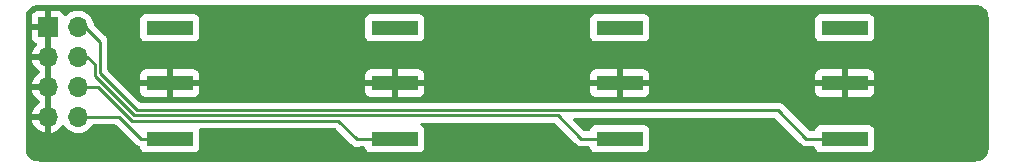
<source format=gbr>
%TF.GenerationSoftware,KiCad,Pcbnew,(6.0.0)*%
%TF.CreationDate,2022-04-04T18:39:18-04:00*%
%TF.ProjectId,SweetBusinessDaughtercard,53776565-7442-4757-9369-6e6573734461,rev?*%
%TF.SameCoordinates,Original*%
%TF.FileFunction,Copper,L1,Top*%
%TF.FilePolarity,Positive*%
%FSLAX46Y46*%
G04 Gerber Fmt 4.6, Leading zero omitted, Abs format (unit mm)*
G04 Created by KiCad (PCBNEW (6.0.0)) date 2022-04-04 18:39:18*
%MOMM*%
%LPD*%
G01*
G04 APERTURE LIST*
%TA.AperFunction,ComponentPad*%
%ADD10R,4.000000X1.300000*%
%TD*%
%TA.AperFunction,ComponentPad*%
%ADD11R,1.700000X1.700000*%
%TD*%
%TA.AperFunction,ComponentPad*%
%ADD12O,1.700000X1.700000*%
%TD*%
%TA.AperFunction,Conductor*%
%ADD13C,0.250000*%
%TD*%
G04 APERTURE END LIST*
D10*
%TO.P,SW3,1,A*%
%TO.N,unconnected-(SW3-Pad1)*%
X137310100Y-61177100D03*
%TO.P,SW3,2,B*%
%TO.N,GND*%
X137310100Y-65877100D03*
%TO.P,SW3,3,C*%
%TO.N,col14*%
X137310100Y-70577100D03*
%TD*%
%TO.P,SW4,1,A*%
%TO.N,unconnected-(SW4-Pad1)*%
X156358900Y-61177100D03*
%TO.P,SW4,2,B*%
%TO.N,GND*%
X156358900Y-65877100D03*
%TO.P,SW4,3,C*%
%TO.N,col15*%
X156358900Y-70577100D03*
%TD*%
%TO.P,SW1,1,A*%
%TO.N,unconnected-(SW1-Pad1)*%
X99212500Y-61177100D03*
%TO.P,SW1,2,B*%
%TO.N,GND*%
X99212500Y-65877100D03*
%TO.P,SW1,3,C*%
%TO.N,col12*%
X99212500Y-70577100D03*
%TD*%
%TO.P,SW2,1,A*%
%TO.N,unconnected-(SW2-Pad1)*%
X118261300Y-61177100D03*
%TO.P,SW2,2,B*%
%TO.N,GND*%
X118261300Y-65877100D03*
%TO.P,SW2,3,C*%
%TO.N,col13*%
X118261300Y-70577100D03*
%TD*%
D11*
%TO.P,J0,1,Pin_1*%
%TO.N,GND*%
X88900000Y-61118750D03*
D12*
%TO.P,J0,2,Pin_2*%
%TO.N,col15*%
X91440000Y-61118750D03*
%TO.P,J0,3,Pin_3*%
%TO.N,GND*%
X88900000Y-63658750D03*
%TO.P,J0,4,Pin_4*%
%TO.N,col14*%
X91440000Y-63658750D03*
%TO.P,J0,5,Pin_5*%
%TO.N,GND*%
X88900000Y-66198750D03*
%TO.P,J0,6,Pin_6*%
%TO.N,col13*%
X91440000Y-66198750D03*
%TO.P,J0,7,Pin_7*%
%TO.N,GND*%
X88900000Y-68738750D03*
%TO.P,J0,8,Pin_8*%
%TO.N,col12*%
X91440000Y-68738750D03*
%TD*%
D13*
%TO.N,col15*%
X153127100Y-70577100D02*
X156358900Y-70577100D01*
X150707210Y-68157210D02*
X153127100Y-70577100D01*
X96416146Y-68157210D02*
X150707210Y-68157210D01*
X93318270Y-65059334D02*
X96416146Y-68157210D01*
X91440000Y-61118750D02*
X92075000Y-61118750D01*
X92075000Y-61118750D02*
X93318270Y-62362020D01*
X93318270Y-62362020D02*
X93318270Y-65059334D01*
%TO.N,col13*%
X113506250Y-69056250D02*
X96043750Y-69056250D01*
X96043750Y-69056250D02*
X93186250Y-66198750D01*
X115160400Y-70577100D02*
X115093750Y-70643750D01*
X93186250Y-66198750D02*
X91440000Y-66198750D01*
X118261300Y-70577100D02*
X115160400Y-70577100D01*
X115093750Y-70643750D02*
X113506250Y-69056250D01*
%TO.N,col14*%
X92233750Y-63658750D02*
X91440000Y-63658750D01*
X92868750Y-64293750D02*
X92233750Y-63658750D01*
X92868750Y-65245532D02*
X92868750Y-64293750D01*
X96229948Y-68606730D02*
X92868750Y-65245532D01*
X134077100Y-70577100D02*
X132106730Y-68606730D01*
X132106730Y-68606730D02*
X96229948Y-68606730D01*
X137310100Y-70577100D02*
X134077100Y-70577100D01*
%TO.N,col12*%
X96770850Y-70577100D02*
X99212500Y-70577100D01*
X94932500Y-68738750D02*
X96770850Y-70577100D01*
X91440000Y-68738750D02*
X94932500Y-68738750D01*
%TD*%
%TA.AperFunction,Conductor*%
%TO.N,GND*%
G36*
X167440757Y-59243300D02*
G01*
X167455558Y-59245605D01*
X167455561Y-59245605D01*
X167464430Y-59246986D01*
X167477078Y-59245332D01*
X167504397Y-59244748D01*
X167559335Y-59249555D01*
X167647150Y-59257238D01*
X167668779Y-59261051D01*
X167829228Y-59304043D01*
X167849867Y-59311555D01*
X168000410Y-59381754D01*
X168019431Y-59392736D01*
X168155499Y-59488012D01*
X168172323Y-59502130D01*
X168289770Y-59619577D01*
X168303888Y-59636401D01*
X168399164Y-59772469D01*
X168410146Y-59791490D01*
X168480345Y-59942033D01*
X168487856Y-59962669D01*
X168530849Y-60123121D01*
X168534661Y-60144742D01*
X168537304Y-60174942D01*
X168546549Y-60280619D01*
X168545996Y-60297079D01*
X168546405Y-60297084D01*
X168546295Y-60306058D01*
X168544914Y-60314930D01*
X168546078Y-60323832D01*
X168546078Y-60323835D01*
X168549036Y-60346451D01*
X168550100Y-60362789D01*
X168550100Y-71383672D01*
X168548600Y-71403056D01*
X168544914Y-71426730D01*
X168546568Y-71439377D01*
X168547152Y-71466698D01*
X168534662Y-71609450D01*
X168530849Y-71631079D01*
X168487857Y-71791528D01*
X168480345Y-71812167D01*
X168410146Y-71962710D01*
X168399164Y-71981731D01*
X168303888Y-72117799D01*
X168289770Y-72134623D01*
X168172323Y-72252070D01*
X168155499Y-72266188D01*
X168019431Y-72361464D01*
X168000410Y-72372446D01*
X167849867Y-72442645D01*
X167829231Y-72450156D01*
X167668779Y-72493149D01*
X167647158Y-72496961D01*
X167598028Y-72501260D01*
X167511281Y-72508849D01*
X167494821Y-72508296D01*
X167494816Y-72508705D01*
X167485842Y-72508595D01*
X167476970Y-72507214D01*
X167468068Y-72508378D01*
X167468065Y-72508378D01*
X167445449Y-72511336D01*
X167429111Y-72512400D01*
X88150028Y-72512400D01*
X88130643Y-72510900D01*
X88115842Y-72508595D01*
X88115839Y-72508595D01*
X88106970Y-72507214D01*
X88094322Y-72508868D01*
X88067003Y-72509452D01*
X88012065Y-72504645D01*
X87924250Y-72496962D01*
X87902621Y-72493149D01*
X87742172Y-72450157D01*
X87721533Y-72442645D01*
X87570987Y-72372444D01*
X87551967Y-72361462D01*
X87415908Y-72266193D01*
X87399083Y-72252075D01*
X87281627Y-72134619D01*
X87267509Y-72117794D01*
X87172236Y-71981729D01*
X87161254Y-71962709D01*
X87091055Y-71812167D01*
X87083543Y-71791528D01*
X87066004Y-71726071D01*
X87040551Y-71631079D01*
X87036738Y-71609454D01*
X87035539Y-71595742D01*
X87025146Y-71476953D01*
X87025171Y-71454715D01*
X87025563Y-71450339D01*
X87026371Y-71445538D01*
X87026524Y-71432999D01*
X87022573Y-71405411D01*
X87021300Y-71387548D01*
X87021300Y-69006716D01*
X87568257Y-69006716D01*
X87598565Y-69141196D01*
X87601645Y-69151025D01*
X87681770Y-69348353D01*
X87686413Y-69357544D01*
X87797694Y-69539138D01*
X87803777Y-69547449D01*
X87943213Y-69708417D01*
X87950580Y-69715633D01*
X88114434Y-69851666D01*
X88122881Y-69857581D01*
X88306756Y-69965029D01*
X88316042Y-69969479D01*
X88515001Y-70045453D01*
X88524899Y-70048329D01*
X88628250Y-70069356D01*
X88642299Y-70068160D01*
X88646000Y-70057815D01*
X88646000Y-70057267D01*
X89154000Y-70057267D01*
X89158064Y-70071109D01*
X89171478Y-70073143D01*
X89178184Y-70072284D01*
X89188262Y-70070142D01*
X89392255Y-70008941D01*
X89401842Y-70005183D01*
X89593095Y-69911489D01*
X89601945Y-69906214D01*
X89775328Y-69782542D01*
X89783200Y-69775889D01*
X89934052Y-69625562D01*
X89940730Y-69617715D01*
X90068022Y-69440569D01*
X90069279Y-69441472D01*
X90116373Y-69398112D01*
X90186311Y-69385895D01*
X90251751Y-69413428D01*
X90279579Y-69445261D01*
X90339987Y-69543838D01*
X90486250Y-69712688D01*
X90658126Y-69855382D01*
X90851000Y-69968088D01*
X91059692Y-70047780D01*
X91064760Y-70048811D01*
X91064763Y-70048812D01*
X91159862Y-70068160D01*
X91278597Y-70092317D01*
X91283772Y-70092507D01*
X91283774Y-70092507D01*
X91496673Y-70100314D01*
X91496677Y-70100314D01*
X91501837Y-70100503D01*
X91506957Y-70099847D01*
X91506959Y-70099847D01*
X91718288Y-70072775D01*
X91718289Y-70072775D01*
X91723416Y-70072118D01*
X91728366Y-70070633D01*
X91932429Y-70009411D01*
X91932434Y-70009409D01*
X91937384Y-70007924D01*
X92137994Y-69909646D01*
X92319860Y-69779923D01*
X92373315Y-69726655D01*
X92419736Y-69680395D01*
X92478096Y-69622239D01*
X92520061Y-69563839D01*
X92605435Y-69445027D01*
X92608453Y-69440827D01*
X92610746Y-69436187D01*
X92612446Y-69433358D01*
X92664674Y-69385268D01*
X92720451Y-69372250D01*
X94617906Y-69372250D01*
X94686027Y-69392252D01*
X94707001Y-69409155D01*
X96267193Y-70969347D01*
X96274737Y-70977637D01*
X96278850Y-70984118D01*
X96284627Y-70989543D01*
X96328517Y-71030758D01*
X96331344Y-71033498D01*
X96351081Y-71053235D01*
X96354202Y-71055656D01*
X96354209Y-71055662D01*
X96354274Y-71055712D01*
X96363295Y-71063417D01*
X96395529Y-71093686D01*
X96402477Y-71097505D01*
X96402479Y-71097507D01*
X96413282Y-71103446D01*
X96429809Y-71114302D01*
X96439548Y-71121857D01*
X96439550Y-71121858D01*
X96445810Y-71126714D01*
X96486390Y-71144274D01*
X96497036Y-71149490D01*
X96535790Y-71170795D01*
X96543466Y-71172766D01*
X96543469Y-71172767D01*
X96555412Y-71175833D01*
X96574116Y-71182237D01*
X96574119Y-71182238D01*
X96592705Y-71190281D01*
X96600530Y-71191521D01*
X96600539Y-71191523D01*
X96601411Y-71191661D01*
X96602039Y-71191959D01*
X96608149Y-71193734D01*
X96607863Y-71194719D01*
X96665564Y-71222073D01*
X96703090Y-71282342D01*
X96706962Y-71302501D01*
X96710755Y-71337416D01*
X96761885Y-71473805D01*
X96849239Y-71590361D01*
X96965795Y-71677715D01*
X97102184Y-71728845D01*
X97164366Y-71735600D01*
X101260634Y-71735600D01*
X101322816Y-71728845D01*
X101459205Y-71677715D01*
X101575761Y-71590361D01*
X101663115Y-71473805D01*
X101714245Y-71337416D01*
X101721000Y-71275234D01*
X101721000Y-69878966D01*
X101715611Y-69829358D01*
X101728139Y-69759475D01*
X101776460Y-69707459D01*
X101840874Y-69689750D01*
X113191656Y-69689750D01*
X113259777Y-69709752D01*
X113280751Y-69726655D01*
X114595030Y-71040935D01*
X114610145Y-71059203D01*
X114614778Y-71066021D01*
X114620726Y-71071265D01*
X114620727Y-71071266D01*
X114656905Y-71103161D01*
X114662675Y-71108580D01*
X114673980Y-71119885D01*
X114677113Y-71122315D01*
X114686624Y-71129693D01*
X114692722Y-71134738D01*
X114706211Y-71146630D01*
X114734840Y-71171870D01*
X114741904Y-71175469D01*
X114741905Y-71175470D01*
X114742179Y-71175610D01*
X114762200Y-71188316D01*
X114762440Y-71188502D01*
X114762444Y-71188504D01*
X114768709Y-71193364D01*
X114808539Y-71210600D01*
X114820257Y-71215671D01*
X114827392Y-71219028D01*
X114877454Y-71244535D01*
X114885499Y-71246333D01*
X114908044Y-71253659D01*
X114915605Y-71256931D01*
X114961644Y-71264223D01*
X114971076Y-71265717D01*
X114978851Y-71267201D01*
X115000885Y-71272126D01*
X115033659Y-71279452D01*
X115041582Y-71279203D01*
X115041583Y-71279203D01*
X115041644Y-71279201D01*
X115041894Y-71279193D01*
X115065565Y-71280683D01*
X115065861Y-71280730D01*
X115065864Y-71280730D01*
X115073693Y-71281970D01*
X115081585Y-71281224D01*
X115081586Y-71281224D01*
X115129608Y-71276685D01*
X115137505Y-71276188D01*
X115170722Y-71275143D01*
X115193639Y-71274423D01*
X115201548Y-71272125D01*
X115224844Y-71267682D01*
X115225154Y-71267653D01*
X115225157Y-71267652D01*
X115233042Y-71266907D01*
X115285894Y-71247879D01*
X115293423Y-71245433D01*
X115339731Y-71231980D01*
X115339735Y-71231978D01*
X115347343Y-71229768D01*
X115354162Y-71225735D01*
X115361446Y-71222583D01*
X115362396Y-71224778D01*
X115414225Y-71210600D01*
X115632725Y-71210600D01*
X115700846Y-71230602D01*
X115747339Y-71284258D01*
X115757988Y-71322992D01*
X115759555Y-71337416D01*
X115810685Y-71473805D01*
X115898039Y-71590361D01*
X116014595Y-71677715D01*
X116150984Y-71728845D01*
X116213166Y-71735600D01*
X120309434Y-71735600D01*
X120371616Y-71728845D01*
X120508005Y-71677715D01*
X120624561Y-71590361D01*
X120711915Y-71473805D01*
X120763045Y-71337416D01*
X120769800Y-71275234D01*
X120769800Y-69878966D01*
X120763045Y-69816784D01*
X120711915Y-69680395D01*
X120624561Y-69563839D01*
X120508005Y-69476485D01*
X120504122Y-69475029D01*
X120455693Y-69426491D01*
X120440679Y-69357100D01*
X120465565Y-69290608D01*
X120522448Y-69248125D01*
X120566348Y-69240230D01*
X131792136Y-69240230D01*
X131860257Y-69260232D01*
X131881231Y-69277135D01*
X133573448Y-70969353D01*
X133580988Y-70977639D01*
X133585100Y-70984118D01*
X133590877Y-70989543D01*
X133634751Y-71030743D01*
X133637593Y-71033498D01*
X133657330Y-71053235D01*
X133660527Y-71055715D01*
X133669547Y-71063418D01*
X133701779Y-71093686D01*
X133708725Y-71097505D01*
X133708728Y-71097507D01*
X133719534Y-71103448D01*
X133736053Y-71114299D01*
X133752059Y-71126714D01*
X133759328Y-71129859D01*
X133759332Y-71129862D01*
X133792637Y-71144274D01*
X133803286Y-71149490D01*
X133842040Y-71170795D01*
X133849715Y-71172766D01*
X133849716Y-71172766D01*
X133861662Y-71175833D01*
X133880366Y-71182237D01*
X133880369Y-71182238D01*
X133898955Y-71190281D01*
X133906778Y-71191520D01*
X133906788Y-71191523D01*
X133942624Y-71197199D01*
X133954244Y-71199605D01*
X133989389Y-71208628D01*
X133997070Y-71210600D01*
X134017324Y-71210600D01*
X134037034Y-71212151D01*
X134057043Y-71215320D01*
X134064935Y-71214574D01*
X134101061Y-71211159D01*
X134112919Y-71210600D01*
X134681525Y-71210600D01*
X134749646Y-71230602D01*
X134796139Y-71284258D01*
X134806788Y-71322992D01*
X134808355Y-71337416D01*
X134859485Y-71473805D01*
X134946839Y-71590361D01*
X135063395Y-71677715D01*
X135199784Y-71728845D01*
X135261966Y-71735600D01*
X139358234Y-71735600D01*
X139420416Y-71728845D01*
X139556805Y-71677715D01*
X139673361Y-71590361D01*
X139760715Y-71473805D01*
X139811845Y-71337416D01*
X139818600Y-71275234D01*
X139818600Y-69878966D01*
X139811845Y-69816784D01*
X139760715Y-69680395D01*
X139673361Y-69563839D01*
X139556805Y-69476485D01*
X139420416Y-69425355D01*
X139358234Y-69418600D01*
X135261966Y-69418600D01*
X135199784Y-69425355D01*
X135063395Y-69476485D01*
X134946839Y-69563839D01*
X134859485Y-69680395D01*
X134808355Y-69816784D01*
X134807502Y-69824640D01*
X134806788Y-69831208D01*
X134779546Y-69896770D01*
X134721183Y-69937196D01*
X134681525Y-69943600D01*
X134391694Y-69943600D01*
X134323573Y-69923598D01*
X134302603Y-69906699D01*
X133401708Y-69005803D01*
X133367684Y-68943493D01*
X133372749Y-68872677D01*
X133415296Y-68815842D01*
X133481816Y-68791031D01*
X133490805Y-68790710D01*
X150392616Y-68790710D01*
X150460737Y-68810712D01*
X150481711Y-68827615D01*
X152623443Y-70969347D01*
X152630987Y-70977637D01*
X152635100Y-70984118D01*
X152640877Y-70989543D01*
X152684767Y-71030758D01*
X152687594Y-71033498D01*
X152707330Y-71053234D01*
X152710520Y-71055708D01*
X152719546Y-71063417D01*
X152751779Y-71093686D01*
X152762958Y-71099832D01*
X152769532Y-71103446D01*
X152786056Y-71114299D01*
X152802059Y-71126713D01*
X152842639Y-71144274D01*
X152853273Y-71149483D01*
X152892040Y-71170795D01*
X152899717Y-71172766D01*
X152899722Y-71172768D01*
X152911658Y-71175832D01*
X152930366Y-71182237D01*
X152948955Y-71190281D01*
X152956783Y-71191521D01*
X152956790Y-71191523D01*
X152992624Y-71197199D01*
X153004244Y-71199605D01*
X153039389Y-71208628D01*
X153047070Y-71210600D01*
X153067324Y-71210600D01*
X153087034Y-71212151D01*
X153107043Y-71215320D01*
X153114935Y-71214574D01*
X153151061Y-71211159D01*
X153162919Y-71210600D01*
X153730325Y-71210600D01*
X153798446Y-71230602D01*
X153844939Y-71284258D01*
X153855588Y-71322992D01*
X153857155Y-71337416D01*
X153908285Y-71473805D01*
X153995639Y-71590361D01*
X154112195Y-71677715D01*
X154248584Y-71728845D01*
X154310766Y-71735600D01*
X158407034Y-71735600D01*
X158469216Y-71728845D01*
X158605605Y-71677715D01*
X158722161Y-71590361D01*
X158809515Y-71473805D01*
X158860645Y-71337416D01*
X158867400Y-71275234D01*
X158867400Y-69878966D01*
X158860645Y-69816784D01*
X158809515Y-69680395D01*
X158722161Y-69563839D01*
X158605605Y-69476485D01*
X158469216Y-69425355D01*
X158407034Y-69418600D01*
X154310766Y-69418600D01*
X154248584Y-69425355D01*
X154112195Y-69476485D01*
X153995639Y-69563839D01*
X153908285Y-69680395D01*
X153857155Y-69816784D01*
X153856302Y-69824640D01*
X153855588Y-69831208D01*
X153828346Y-69896770D01*
X153769983Y-69937196D01*
X153730325Y-69943600D01*
X153441695Y-69943600D01*
X153373574Y-69923598D01*
X153352600Y-69906695D01*
X151210862Y-67764957D01*
X151203322Y-67756671D01*
X151199210Y-67750192D01*
X151149558Y-67703566D01*
X151146717Y-67700812D01*
X151126980Y-67681075D01*
X151123783Y-67678595D01*
X151114761Y-67670890D01*
X151088310Y-67646051D01*
X151082531Y-67640624D01*
X151075585Y-67636805D01*
X151075582Y-67636803D01*
X151064776Y-67630862D01*
X151048257Y-67620011D01*
X151047793Y-67619651D01*
X151032251Y-67607596D01*
X151024982Y-67604451D01*
X151024978Y-67604448D01*
X150991673Y-67590036D01*
X150981023Y-67584819D01*
X150942270Y-67563515D01*
X150922647Y-67558477D01*
X150903944Y-67552073D01*
X150892630Y-67547177D01*
X150892629Y-67547177D01*
X150885355Y-67544029D01*
X150877532Y-67542790D01*
X150877522Y-67542787D01*
X150841686Y-67537111D01*
X150830066Y-67534705D01*
X150794921Y-67525682D01*
X150794920Y-67525682D01*
X150787240Y-67523710D01*
X150766986Y-67523710D01*
X150747275Y-67522159D01*
X150735096Y-67520230D01*
X150727267Y-67518990D01*
X150719375Y-67519736D01*
X150683249Y-67523151D01*
X150671391Y-67523710D01*
X96730741Y-67523710D01*
X96662620Y-67503708D01*
X96641646Y-67486805D01*
X95726610Y-66571769D01*
X96704501Y-66571769D01*
X96704871Y-66578590D01*
X96710395Y-66629452D01*
X96714021Y-66644704D01*
X96759176Y-66765154D01*
X96767714Y-66780749D01*
X96844215Y-66882824D01*
X96856776Y-66895385D01*
X96958851Y-66971886D01*
X96974446Y-66980424D01*
X97094894Y-67025578D01*
X97110149Y-67029205D01*
X97161014Y-67034731D01*
X97167828Y-67035100D01*
X98940385Y-67035100D01*
X98955624Y-67030625D01*
X98956829Y-67029235D01*
X98958500Y-67021552D01*
X98958500Y-67016984D01*
X99466500Y-67016984D01*
X99470975Y-67032223D01*
X99472365Y-67033428D01*
X99480048Y-67035099D01*
X101257169Y-67035099D01*
X101263990Y-67034729D01*
X101314852Y-67029205D01*
X101330104Y-67025579D01*
X101450554Y-66980424D01*
X101466149Y-66971886D01*
X101568224Y-66895385D01*
X101580785Y-66882824D01*
X101657286Y-66780749D01*
X101665824Y-66765154D01*
X101710978Y-66644706D01*
X101714605Y-66629451D01*
X101720131Y-66578586D01*
X101720500Y-66571772D01*
X101720500Y-66571769D01*
X115753301Y-66571769D01*
X115753671Y-66578590D01*
X115759195Y-66629452D01*
X115762821Y-66644704D01*
X115807976Y-66765154D01*
X115816514Y-66780749D01*
X115893015Y-66882824D01*
X115905576Y-66895385D01*
X116007651Y-66971886D01*
X116023246Y-66980424D01*
X116143694Y-67025578D01*
X116158949Y-67029205D01*
X116209814Y-67034731D01*
X116216628Y-67035100D01*
X117989185Y-67035100D01*
X118004424Y-67030625D01*
X118005629Y-67029235D01*
X118007300Y-67021552D01*
X118007300Y-67016984D01*
X118515300Y-67016984D01*
X118519775Y-67032223D01*
X118521165Y-67033428D01*
X118528848Y-67035099D01*
X120305969Y-67035099D01*
X120312790Y-67034729D01*
X120363652Y-67029205D01*
X120378904Y-67025579D01*
X120499354Y-66980424D01*
X120514949Y-66971886D01*
X120617024Y-66895385D01*
X120629585Y-66882824D01*
X120706086Y-66780749D01*
X120714624Y-66765154D01*
X120759778Y-66644706D01*
X120763405Y-66629451D01*
X120768931Y-66578586D01*
X120769300Y-66571772D01*
X120769300Y-66571769D01*
X134802101Y-66571769D01*
X134802471Y-66578590D01*
X134807995Y-66629452D01*
X134811621Y-66644704D01*
X134856776Y-66765154D01*
X134865314Y-66780749D01*
X134941815Y-66882824D01*
X134954376Y-66895385D01*
X135056451Y-66971886D01*
X135072046Y-66980424D01*
X135192494Y-67025578D01*
X135207749Y-67029205D01*
X135258614Y-67034731D01*
X135265428Y-67035100D01*
X137037985Y-67035100D01*
X137053224Y-67030625D01*
X137054429Y-67029235D01*
X137056100Y-67021552D01*
X137056100Y-67016984D01*
X137564100Y-67016984D01*
X137568575Y-67032223D01*
X137569965Y-67033428D01*
X137577648Y-67035099D01*
X139354769Y-67035099D01*
X139361590Y-67034729D01*
X139412452Y-67029205D01*
X139427704Y-67025579D01*
X139548154Y-66980424D01*
X139563749Y-66971886D01*
X139665824Y-66895385D01*
X139678385Y-66882824D01*
X139754886Y-66780749D01*
X139763424Y-66765154D01*
X139808578Y-66644706D01*
X139812205Y-66629451D01*
X139817731Y-66578586D01*
X139818100Y-66571772D01*
X139818100Y-66571769D01*
X153850901Y-66571769D01*
X153851271Y-66578590D01*
X153856795Y-66629452D01*
X153860421Y-66644704D01*
X153905576Y-66765154D01*
X153914114Y-66780749D01*
X153990615Y-66882824D01*
X154003176Y-66895385D01*
X154105251Y-66971886D01*
X154120846Y-66980424D01*
X154241294Y-67025578D01*
X154256549Y-67029205D01*
X154307414Y-67034731D01*
X154314228Y-67035100D01*
X156086785Y-67035100D01*
X156102024Y-67030625D01*
X156103229Y-67029235D01*
X156104900Y-67021552D01*
X156104900Y-67016984D01*
X156612900Y-67016984D01*
X156617375Y-67032223D01*
X156618765Y-67033428D01*
X156626448Y-67035099D01*
X158403569Y-67035099D01*
X158410390Y-67034729D01*
X158461252Y-67029205D01*
X158476504Y-67025579D01*
X158596954Y-66980424D01*
X158612549Y-66971886D01*
X158714624Y-66895385D01*
X158727185Y-66882824D01*
X158803686Y-66780749D01*
X158812224Y-66765154D01*
X158857378Y-66644706D01*
X158861005Y-66629451D01*
X158866531Y-66578586D01*
X158866900Y-66571772D01*
X158866900Y-66149215D01*
X158862425Y-66133976D01*
X158861035Y-66132771D01*
X158853352Y-66131100D01*
X156631015Y-66131100D01*
X156615776Y-66135575D01*
X156614571Y-66136965D01*
X156612900Y-66144648D01*
X156612900Y-67016984D01*
X156104900Y-67016984D01*
X156104900Y-66149215D01*
X156100425Y-66133976D01*
X156099035Y-66132771D01*
X156091352Y-66131100D01*
X153869016Y-66131100D01*
X153853777Y-66135575D01*
X153852572Y-66136965D01*
X153850901Y-66144648D01*
X153850901Y-66571769D01*
X139818100Y-66571769D01*
X139818100Y-66149215D01*
X139813625Y-66133976D01*
X139812235Y-66132771D01*
X139804552Y-66131100D01*
X137582215Y-66131100D01*
X137566976Y-66135575D01*
X137565771Y-66136965D01*
X137564100Y-66144648D01*
X137564100Y-67016984D01*
X137056100Y-67016984D01*
X137056100Y-66149215D01*
X137051625Y-66133976D01*
X137050235Y-66132771D01*
X137042552Y-66131100D01*
X134820216Y-66131100D01*
X134804977Y-66135575D01*
X134803772Y-66136965D01*
X134802101Y-66144648D01*
X134802101Y-66571769D01*
X120769300Y-66571769D01*
X120769300Y-66149215D01*
X120764825Y-66133976D01*
X120763435Y-66132771D01*
X120755752Y-66131100D01*
X118533415Y-66131100D01*
X118518176Y-66135575D01*
X118516971Y-66136965D01*
X118515300Y-66144648D01*
X118515300Y-67016984D01*
X118007300Y-67016984D01*
X118007300Y-66149215D01*
X118002825Y-66133976D01*
X118001435Y-66132771D01*
X117993752Y-66131100D01*
X115771416Y-66131100D01*
X115756177Y-66135575D01*
X115754972Y-66136965D01*
X115753301Y-66144648D01*
X115753301Y-66571769D01*
X101720500Y-66571769D01*
X101720500Y-66149215D01*
X101716025Y-66133976D01*
X101714635Y-66132771D01*
X101706952Y-66131100D01*
X99484615Y-66131100D01*
X99469376Y-66135575D01*
X99468171Y-66136965D01*
X99466500Y-66144648D01*
X99466500Y-67016984D01*
X98958500Y-67016984D01*
X98958500Y-66149215D01*
X98954025Y-66133976D01*
X98952635Y-66132771D01*
X98944952Y-66131100D01*
X96722616Y-66131100D01*
X96707377Y-66135575D01*
X96706172Y-66136965D01*
X96704501Y-66144648D01*
X96704501Y-66571769D01*
X95726610Y-66571769D01*
X94759826Y-65604985D01*
X96704500Y-65604985D01*
X96708975Y-65620224D01*
X96710365Y-65621429D01*
X96718048Y-65623100D01*
X98940385Y-65623100D01*
X98955624Y-65618625D01*
X98956829Y-65617235D01*
X98958500Y-65609552D01*
X98958500Y-65604985D01*
X99466500Y-65604985D01*
X99470975Y-65620224D01*
X99472365Y-65621429D01*
X99480048Y-65623100D01*
X101702384Y-65623100D01*
X101717623Y-65618625D01*
X101718828Y-65617235D01*
X101720499Y-65609552D01*
X101720499Y-65604985D01*
X115753300Y-65604985D01*
X115757775Y-65620224D01*
X115759165Y-65621429D01*
X115766848Y-65623100D01*
X117989185Y-65623100D01*
X118004424Y-65618625D01*
X118005629Y-65617235D01*
X118007300Y-65609552D01*
X118007300Y-65604985D01*
X118515300Y-65604985D01*
X118519775Y-65620224D01*
X118521165Y-65621429D01*
X118528848Y-65623100D01*
X120751184Y-65623100D01*
X120766423Y-65618625D01*
X120767628Y-65617235D01*
X120769299Y-65609552D01*
X120769299Y-65604985D01*
X134802100Y-65604985D01*
X134806575Y-65620224D01*
X134807965Y-65621429D01*
X134815648Y-65623100D01*
X137037985Y-65623100D01*
X137053224Y-65618625D01*
X137054429Y-65617235D01*
X137056100Y-65609552D01*
X137056100Y-65604985D01*
X137564100Y-65604985D01*
X137568575Y-65620224D01*
X137569965Y-65621429D01*
X137577648Y-65623100D01*
X139799984Y-65623100D01*
X139815223Y-65618625D01*
X139816428Y-65617235D01*
X139818099Y-65609552D01*
X139818099Y-65604985D01*
X153850900Y-65604985D01*
X153855375Y-65620224D01*
X153856765Y-65621429D01*
X153864448Y-65623100D01*
X156086785Y-65623100D01*
X156102024Y-65618625D01*
X156103229Y-65617235D01*
X156104900Y-65609552D01*
X156104900Y-65604985D01*
X156612900Y-65604985D01*
X156617375Y-65620224D01*
X156618765Y-65621429D01*
X156626448Y-65623100D01*
X158848784Y-65623100D01*
X158864023Y-65618625D01*
X158865228Y-65617235D01*
X158866899Y-65609552D01*
X158866899Y-65182431D01*
X158866529Y-65175610D01*
X158861005Y-65124748D01*
X158857379Y-65109496D01*
X158812224Y-64989046D01*
X158803686Y-64973451D01*
X158727185Y-64871376D01*
X158714624Y-64858815D01*
X158612549Y-64782314D01*
X158596954Y-64773776D01*
X158476506Y-64728622D01*
X158461251Y-64724995D01*
X158410386Y-64719469D01*
X158403572Y-64719100D01*
X156631015Y-64719100D01*
X156615776Y-64723575D01*
X156614571Y-64724965D01*
X156612900Y-64732648D01*
X156612900Y-65604985D01*
X156104900Y-65604985D01*
X156104900Y-64737216D01*
X156100425Y-64721977D01*
X156099035Y-64720772D01*
X156091352Y-64719101D01*
X154314231Y-64719101D01*
X154307410Y-64719471D01*
X154256548Y-64724995D01*
X154241296Y-64728621D01*
X154120846Y-64773776D01*
X154105251Y-64782314D01*
X154003176Y-64858815D01*
X153990615Y-64871376D01*
X153914114Y-64973451D01*
X153905576Y-64989046D01*
X153860422Y-65109494D01*
X153856795Y-65124749D01*
X153851269Y-65175614D01*
X153850900Y-65182428D01*
X153850900Y-65604985D01*
X139818099Y-65604985D01*
X139818099Y-65182431D01*
X139817729Y-65175610D01*
X139812205Y-65124748D01*
X139808579Y-65109496D01*
X139763424Y-64989046D01*
X139754886Y-64973451D01*
X139678385Y-64871376D01*
X139665824Y-64858815D01*
X139563749Y-64782314D01*
X139548154Y-64773776D01*
X139427706Y-64728622D01*
X139412451Y-64724995D01*
X139361586Y-64719469D01*
X139354772Y-64719100D01*
X137582215Y-64719100D01*
X137566976Y-64723575D01*
X137565771Y-64724965D01*
X137564100Y-64732648D01*
X137564100Y-65604985D01*
X137056100Y-65604985D01*
X137056100Y-64737216D01*
X137051625Y-64721977D01*
X137050235Y-64720772D01*
X137042552Y-64719101D01*
X135265431Y-64719101D01*
X135258610Y-64719471D01*
X135207748Y-64724995D01*
X135192496Y-64728621D01*
X135072046Y-64773776D01*
X135056451Y-64782314D01*
X134954376Y-64858815D01*
X134941815Y-64871376D01*
X134865314Y-64973451D01*
X134856776Y-64989046D01*
X134811622Y-65109494D01*
X134807995Y-65124749D01*
X134802469Y-65175614D01*
X134802100Y-65182428D01*
X134802100Y-65604985D01*
X120769299Y-65604985D01*
X120769299Y-65182431D01*
X120768929Y-65175610D01*
X120763405Y-65124748D01*
X120759779Y-65109496D01*
X120714624Y-64989046D01*
X120706086Y-64973451D01*
X120629585Y-64871376D01*
X120617024Y-64858815D01*
X120514949Y-64782314D01*
X120499354Y-64773776D01*
X120378906Y-64728622D01*
X120363651Y-64724995D01*
X120312786Y-64719469D01*
X120305972Y-64719100D01*
X118533415Y-64719100D01*
X118518176Y-64723575D01*
X118516971Y-64724965D01*
X118515300Y-64732648D01*
X118515300Y-65604985D01*
X118007300Y-65604985D01*
X118007300Y-64737216D01*
X118002825Y-64721977D01*
X118001435Y-64720772D01*
X117993752Y-64719101D01*
X116216631Y-64719101D01*
X116209810Y-64719471D01*
X116158948Y-64724995D01*
X116143696Y-64728621D01*
X116023246Y-64773776D01*
X116007651Y-64782314D01*
X115905576Y-64858815D01*
X115893015Y-64871376D01*
X115816514Y-64973451D01*
X115807976Y-64989046D01*
X115762822Y-65109494D01*
X115759195Y-65124749D01*
X115753669Y-65175614D01*
X115753300Y-65182428D01*
X115753300Y-65604985D01*
X101720499Y-65604985D01*
X101720499Y-65182431D01*
X101720129Y-65175610D01*
X101714605Y-65124748D01*
X101710979Y-65109496D01*
X101665824Y-64989046D01*
X101657286Y-64973451D01*
X101580785Y-64871376D01*
X101568224Y-64858815D01*
X101466149Y-64782314D01*
X101450554Y-64773776D01*
X101330106Y-64728622D01*
X101314851Y-64724995D01*
X101263986Y-64719469D01*
X101257172Y-64719100D01*
X99484615Y-64719100D01*
X99469376Y-64723575D01*
X99468171Y-64724965D01*
X99466500Y-64732648D01*
X99466500Y-65604985D01*
X98958500Y-65604985D01*
X98958500Y-64737216D01*
X98954025Y-64721977D01*
X98952635Y-64720772D01*
X98944952Y-64719101D01*
X97167831Y-64719101D01*
X97161010Y-64719471D01*
X97110148Y-64724995D01*
X97094896Y-64728621D01*
X96974446Y-64773776D01*
X96958851Y-64782314D01*
X96856776Y-64858815D01*
X96844215Y-64871376D01*
X96767714Y-64973451D01*
X96759176Y-64989046D01*
X96714022Y-65109494D01*
X96710395Y-65124749D01*
X96704869Y-65175614D01*
X96704500Y-65182428D01*
X96704500Y-65604985D01*
X94759826Y-65604985D01*
X93988675Y-64833834D01*
X93954649Y-64771522D01*
X93951770Y-64744739D01*
X93951770Y-62440787D01*
X93952297Y-62429604D01*
X93953972Y-62422111D01*
X93953703Y-62413536D01*
X93951832Y-62354034D01*
X93951770Y-62350075D01*
X93951770Y-62322164D01*
X93951265Y-62318164D01*
X93950332Y-62306321D01*
X93949746Y-62287660D01*
X93948943Y-62262130D01*
X93943292Y-62242678D01*
X93939284Y-62223326D01*
X93937737Y-62211083D01*
X93936744Y-62203223D01*
X93928809Y-62183181D01*
X93920470Y-62162117D01*
X93916625Y-62150890D01*
X93915991Y-62148707D01*
X93904288Y-62108427D01*
X93900254Y-62101605D01*
X93900251Y-62101599D01*
X93893976Y-62090988D01*
X93885280Y-62073238D01*
X93880742Y-62061776D01*
X93880739Y-62061771D01*
X93877822Y-62054403D01*
X93861143Y-62031446D01*
X93851843Y-62018645D01*
X93845327Y-62008727D01*
X93826845Y-61977477D01*
X93822812Y-61970657D01*
X93808488Y-61956333D01*
X93795646Y-61941298D01*
X93783742Y-61924913D01*
X93749676Y-61896731D01*
X93740897Y-61888742D01*
X93727389Y-61875234D01*
X96704000Y-61875234D01*
X96710755Y-61937416D01*
X96761885Y-62073805D01*
X96849239Y-62190361D01*
X96965795Y-62277715D01*
X97102184Y-62328845D01*
X97164366Y-62335600D01*
X101260634Y-62335600D01*
X101322816Y-62328845D01*
X101459205Y-62277715D01*
X101575761Y-62190361D01*
X101663115Y-62073805D01*
X101714245Y-61937416D01*
X101721000Y-61875234D01*
X115752800Y-61875234D01*
X115759555Y-61937416D01*
X115810685Y-62073805D01*
X115898039Y-62190361D01*
X116014595Y-62277715D01*
X116150984Y-62328845D01*
X116213166Y-62335600D01*
X120309434Y-62335600D01*
X120371616Y-62328845D01*
X120508005Y-62277715D01*
X120624561Y-62190361D01*
X120711915Y-62073805D01*
X120763045Y-61937416D01*
X120769800Y-61875234D01*
X134801600Y-61875234D01*
X134808355Y-61937416D01*
X134859485Y-62073805D01*
X134946839Y-62190361D01*
X135063395Y-62277715D01*
X135199784Y-62328845D01*
X135261966Y-62335600D01*
X139358234Y-62335600D01*
X139420416Y-62328845D01*
X139556805Y-62277715D01*
X139673361Y-62190361D01*
X139760715Y-62073805D01*
X139811845Y-61937416D01*
X139818600Y-61875234D01*
X153850400Y-61875234D01*
X153857155Y-61937416D01*
X153908285Y-62073805D01*
X153995639Y-62190361D01*
X154112195Y-62277715D01*
X154248584Y-62328845D01*
X154310766Y-62335600D01*
X158407034Y-62335600D01*
X158469216Y-62328845D01*
X158605605Y-62277715D01*
X158722161Y-62190361D01*
X158809515Y-62073805D01*
X158860645Y-61937416D01*
X158867400Y-61875234D01*
X158867400Y-60478966D01*
X158860645Y-60416784D01*
X158809515Y-60280395D01*
X158722161Y-60163839D01*
X158605605Y-60076485D01*
X158469216Y-60025355D01*
X158407034Y-60018600D01*
X154310766Y-60018600D01*
X154248584Y-60025355D01*
X154112195Y-60076485D01*
X153995639Y-60163839D01*
X153908285Y-60280395D01*
X153857155Y-60416784D01*
X153850400Y-60478966D01*
X153850400Y-61875234D01*
X139818600Y-61875234D01*
X139818600Y-60478966D01*
X139811845Y-60416784D01*
X139760715Y-60280395D01*
X139673361Y-60163839D01*
X139556805Y-60076485D01*
X139420416Y-60025355D01*
X139358234Y-60018600D01*
X135261966Y-60018600D01*
X135199784Y-60025355D01*
X135063395Y-60076485D01*
X134946839Y-60163839D01*
X134859485Y-60280395D01*
X134808355Y-60416784D01*
X134801600Y-60478966D01*
X134801600Y-61875234D01*
X120769800Y-61875234D01*
X120769800Y-60478966D01*
X120763045Y-60416784D01*
X120711915Y-60280395D01*
X120624561Y-60163839D01*
X120508005Y-60076485D01*
X120371616Y-60025355D01*
X120309434Y-60018600D01*
X116213166Y-60018600D01*
X116150984Y-60025355D01*
X116014595Y-60076485D01*
X115898039Y-60163839D01*
X115810685Y-60280395D01*
X115759555Y-60416784D01*
X115752800Y-60478966D01*
X115752800Y-61875234D01*
X101721000Y-61875234D01*
X101721000Y-60478966D01*
X101714245Y-60416784D01*
X101663115Y-60280395D01*
X101575761Y-60163839D01*
X101459205Y-60076485D01*
X101322816Y-60025355D01*
X101260634Y-60018600D01*
X97164366Y-60018600D01*
X97102184Y-60025355D01*
X96965795Y-60076485D01*
X96849239Y-60163839D01*
X96761885Y-60280395D01*
X96710755Y-60416784D01*
X96704000Y-60478966D01*
X96704000Y-61875234D01*
X93727389Y-61875234D01*
X92820201Y-60968046D01*
X92785160Y-60899859D01*
X92784852Y-60896111D01*
X92730431Y-60679452D01*
X92641354Y-60474590D01*
X92558457Y-60346451D01*
X92522822Y-60291367D01*
X92522820Y-60291364D01*
X92520014Y-60287027D01*
X92369670Y-60121801D01*
X92365619Y-60118602D01*
X92365615Y-60118598D01*
X92198414Y-59986550D01*
X92198410Y-59986548D01*
X92194359Y-59983348D01*
X91998789Y-59875388D01*
X91993920Y-59873664D01*
X91993916Y-59873662D01*
X91793087Y-59802545D01*
X91793083Y-59802544D01*
X91788212Y-59800819D01*
X91783119Y-59799912D01*
X91783116Y-59799911D01*
X91573373Y-59762550D01*
X91573367Y-59762549D01*
X91568284Y-59761644D01*
X91494452Y-59760742D01*
X91350081Y-59758978D01*
X91350079Y-59758978D01*
X91344911Y-59758915D01*
X91124091Y-59792705D01*
X90911756Y-59862107D01*
X90881443Y-59877887D01*
X90718575Y-59962671D01*
X90713607Y-59965257D01*
X90709474Y-59968360D01*
X90709471Y-59968362D01*
X90558291Y-60081871D01*
X90534965Y-60099385D01*
X90531393Y-60103123D01*
X90453898Y-60184216D01*
X90392374Y-60219645D01*
X90321462Y-60216188D01*
X90263676Y-60174942D01*
X90244823Y-60141394D01*
X90203324Y-60030696D01*
X90194786Y-60015101D01*
X90118285Y-59913026D01*
X90105724Y-59900465D01*
X90003649Y-59823964D01*
X89988054Y-59815426D01*
X89867606Y-59770272D01*
X89852351Y-59766645D01*
X89801486Y-59761119D01*
X89794672Y-59760750D01*
X89172115Y-59760750D01*
X89156876Y-59765225D01*
X89155671Y-59766615D01*
X89154000Y-59774298D01*
X89154000Y-70057267D01*
X88646000Y-70057267D01*
X88646000Y-69010865D01*
X88641525Y-68995626D01*
X88640135Y-68994421D01*
X88632452Y-68992750D01*
X87583225Y-68992750D01*
X87569694Y-68996723D01*
X87568257Y-69006716D01*
X87021300Y-69006716D01*
X87021300Y-68472933D01*
X87564389Y-68472933D01*
X87565912Y-68481357D01*
X87578292Y-68484750D01*
X88627885Y-68484750D01*
X88643124Y-68480275D01*
X88644329Y-68478885D01*
X88646000Y-68471202D01*
X88646000Y-66470865D01*
X88641525Y-66455626D01*
X88640135Y-66454421D01*
X88632452Y-66452750D01*
X87583225Y-66452750D01*
X87569694Y-66456723D01*
X87568257Y-66466716D01*
X87598565Y-66601196D01*
X87601645Y-66611025D01*
X87681770Y-66808353D01*
X87686413Y-66817544D01*
X87797694Y-66999138D01*
X87803777Y-67007449D01*
X87943213Y-67168417D01*
X87950580Y-67175633D01*
X88114434Y-67311666D01*
X88122881Y-67317581D01*
X88192479Y-67358251D01*
X88241203Y-67409890D01*
X88254274Y-67479673D01*
X88227543Y-67545444D01*
X88187087Y-67578803D01*
X88178462Y-67583292D01*
X88169738Y-67588786D01*
X87999433Y-67716655D01*
X87991726Y-67723498D01*
X87844590Y-67877467D01*
X87838104Y-67885477D01*
X87718098Y-68061399D01*
X87713000Y-68070373D01*
X87623338Y-68263533D01*
X87619775Y-68273220D01*
X87564389Y-68472933D01*
X87021300Y-68472933D01*
X87021300Y-65932933D01*
X87564389Y-65932933D01*
X87565912Y-65941357D01*
X87578292Y-65944750D01*
X88627885Y-65944750D01*
X88643124Y-65940275D01*
X88644329Y-65938885D01*
X88646000Y-65931202D01*
X88646000Y-63930865D01*
X88641525Y-63915626D01*
X88640135Y-63914421D01*
X88632452Y-63912750D01*
X87583225Y-63912750D01*
X87569694Y-63916723D01*
X87568257Y-63926716D01*
X87598565Y-64061196D01*
X87601645Y-64071025D01*
X87681770Y-64268353D01*
X87686413Y-64277544D01*
X87797694Y-64459138D01*
X87803777Y-64467449D01*
X87943213Y-64628417D01*
X87950580Y-64635633D01*
X88114434Y-64771666D01*
X88122881Y-64777581D01*
X88192479Y-64818251D01*
X88241203Y-64869890D01*
X88254274Y-64939673D01*
X88227543Y-65005444D01*
X88187087Y-65038803D01*
X88178462Y-65043292D01*
X88169738Y-65048786D01*
X87999433Y-65176655D01*
X87991726Y-65183498D01*
X87844590Y-65337467D01*
X87838104Y-65345477D01*
X87718098Y-65521399D01*
X87713000Y-65530373D01*
X87623338Y-65723533D01*
X87619775Y-65733220D01*
X87564389Y-65932933D01*
X87021300Y-65932933D01*
X87021300Y-62013419D01*
X87542001Y-62013419D01*
X87542371Y-62020240D01*
X87547895Y-62071102D01*
X87551521Y-62086354D01*
X87596676Y-62206804D01*
X87605214Y-62222399D01*
X87681715Y-62324474D01*
X87694276Y-62337035D01*
X87796351Y-62413536D01*
X87811946Y-62422074D01*
X87921337Y-62463083D01*
X87978101Y-62505725D01*
X88002801Y-62572286D01*
X87987594Y-62641635D01*
X87968201Y-62668116D01*
X87844590Y-62797467D01*
X87838104Y-62805477D01*
X87718098Y-62981399D01*
X87713000Y-62990373D01*
X87623338Y-63183533D01*
X87619775Y-63193220D01*
X87564389Y-63392933D01*
X87565912Y-63401357D01*
X87578292Y-63404750D01*
X88627885Y-63404750D01*
X88643124Y-63400275D01*
X88644329Y-63398885D01*
X88646000Y-63391202D01*
X88646000Y-61390865D01*
X88641525Y-61375626D01*
X88640135Y-61374421D01*
X88632452Y-61372750D01*
X87560116Y-61372750D01*
X87544877Y-61377225D01*
X87543672Y-61378615D01*
X87542001Y-61386298D01*
X87542001Y-62013419D01*
X87021300Y-62013419D01*
X87021300Y-60846635D01*
X87542000Y-60846635D01*
X87546475Y-60861874D01*
X87547865Y-60863079D01*
X87555548Y-60864750D01*
X88627885Y-60864750D01*
X88643124Y-60860275D01*
X88644329Y-60858885D01*
X88646000Y-60851202D01*
X88646000Y-59778866D01*
X88641525Y-59763627D01*
X88640135Y-59762422D01*
X88632452Y-59760751D01*
X88005331Y-59760751D01*
X87998510Y-59761121D01*
X87947648Y-59766645D01*
X87932396Y-59770271D01*
X87811946Y-59815426D01*
X87796351Y-59823964D01*
X87694276Y-59900465D01*
X87681715Y-59913026D01*
X87605214Y-60015101D01*
X87596676Y-60030696D01*
X87551522Y-60151144D01*
X87547895Y-60166399D01*
X87542369Y-60217264D01*
X87542000Y-60224078D01*
X87542000Y-60846635D01*
X87021300Y-60846635D01*
X87021300Y-60370528D01*
X87022800Y-60351143D01*
X87025105Y-60336342D01*
X87025105Y-60336339D01*
X87026486Y-60327470D01*
X87024832Y-60314822D01*
X87024248Y-60287502D01*
X87036738Y-60144750D01*
X87040551Y-60123121D01*
X87083543Y-59962672D01*
X87091055Y-59942033D01*
X87161254Y-59791490D01*
X87172236Y-59772469D01*
X87267512Y-59636401D01*
X87281630Y-59619577D01*
X87399077Y-59502130D01*
X87415901Y-59488012D01*
X87551969Y-59392736D01*
X87570990Y-59381754D01*
X87721533Y-59311555D01*
X87742169Y-59304044D01*
X87902621Y-59261051D01*
X87924242Y-59257239D01*
X87973372Y-59252940D01*
X88060119Y-59245351D01*
X88076579Y-59245904D01*
X88076584Y-59245495D01*
X88085558Y-59245605D01*
X88094430Y-59246986D01*
X88103332Y-59245822D01*
X88103335Y-59245822D01*
X88125951Y-59242864D01*
X88142289Y-59241800D01*
X167421372Y-59241800D01*
X167440757Y-59243300D01*
G37*
%TD.AperFunction*%
%TD*%
M02*

</source>
